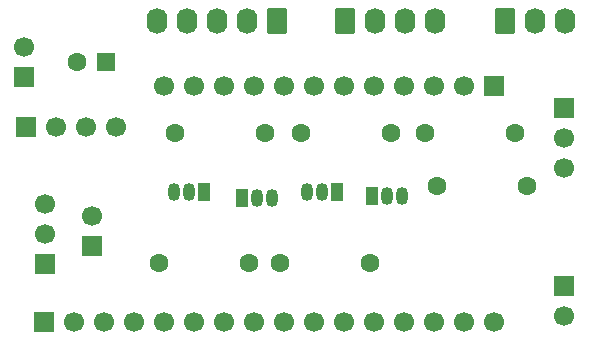
<source format=gbr>
%TF.GenerationSoftware,KiCad,Pcbnew,9.0.3-9.0.3-0~ubuntu24.04.1*%
%TF.CreationDate,2025-08-13T18:32:02-04:00*%
%TF.ProjectId,EngineControlModule_2025_08,456e6769-6e65-4436-9f6e-74726f6c4d6f,rev?*%
%TF.SameCoordinates,Original*%
%TF.FileFunction,Soldermask,Bot*%
%TF.FilePolarity,Negative*%
%FSLAX46Y46*%
G04 Gerber Fmt 4.6, Leading zero omitted, Abs format (unit mm)*
G04 Created by KiCad (PCBNEW 9.0.3-9.0.3-0~ubuntu24.04.1) date 2025-08-13 18:32:02*
%MOMM*%
%LPD*%
G01*
G04 APERTURE LIST*
G04 Aperture macros list*
%AMRoundRect*
0 Rectangle with rounded corners*
0 $1 Rounding radius*
0 $2 $3 $4 $5 $6 $7 $8 $9 X,Y pos of 4 corners*
0 Add a 4 corners polygon primitive as box body*
4,1,4,$2,$3,$4,$5,$6,$7,$8,$9,$2,$3,0*
0 Add four circle primitives for the rounded corners*
1,1,$1+$1,$2,$3*
1,1,$1+$1,$4,$5*
1,1,$1+$1,$6,$7*
1,1,$1+$1,$8,$9*
0 Add four rect primitives between the rounded corners*
20,1,$1+$1,$2,$3,$4,$5,0*
20,1,$1+$1,$4,$5,$6,$7,0*
20,1,$1+$1,$6,$7,$8,$9,0*
20,1,$1+$1,$8,$9,$2,$3,0*%
G04 Aperture macros list end*
%ADD10C,1.600000*%
%ADD11R,1.700000X1.700000*%
%ADD12C,1.700000*%
%ADD13RoundRect,0.250000X0.550000X0.550000X-0.550000X0.550000X-0.550000X-0.550000X0.550000X-0.550000X0*%
%ADD14RoundRect,0.250000X-0.620000X-0.845000X0.620000X-0.845000X0.620000X0.845000X-0.620000X0.845000X0*%
%ADD15O,1.740000X2.190000*%
%ADD16R,1.050000X1.500000*%
%ADD17O,1.050000X1.500000*%
%ADD18RoundRect,0.250000X0.620000X0.845000X-0.620000X0.845000X-0.620000X-0.845000X0.620000X-0.845000X0*%
G04 APERTURE END LIST*
D10*
%TO.C,R4*%
X121810000Y-90000000D03*
X114190000Y-90000000D03*
%TD*%
D11*
%TO.C,J1*%
X102880000Y-78500000D03*
D12*
X105420000Y-78500000D03*
X107960000Y-78500000D03*
X110500000Y-78500000D03*
%TD*%
D11*
%TO.C,J10*%
X108500000Y-88540000D03*
D12*
X108500000Y-86000000D03*
%TD*%
D11*
%TO.C,J4*%
X104500000Y-90080000D03*
D12*
X104500000Y-87540000D03*
X104500000Y-85000000D03*
%TD*%
%TO.C,J6*%
X148500000Y-82000000D03*
X148500000Y-79460000D03*
D11*
X148500000Y-76920000D03*
%TD*%
%TO.C,J9*%
X102750000Y-74250000D03*
D12*
X102750000Y-71710000D03*
%TD*%
D11*
%TO.C,J8*%
X148500000Y-92000000D03*
D12*
X148500000Y-94540000D03*
%TD*%
D11*
%TO.C,J2*%
X104400000Y-95000000D03*
D12*
X106940000Y-95000000D03*
X109480000Y-95000000D03*
X112020000Y-95000000D03*
X114560000Y-95000000D03*
X117100000Y-95000000D03*
X119640000Y-95000000D03*
X122180000Y-95000000D03*
X124720000Y-95000000D03*
X127260000Y-95000000D03*
X129800000Y-95000000D03*
X132340000Y-95000000D03*
X134880000Y-95000000D03*
X137420000Y-95000000D03*
X139960000Y-95000000D03*
X142500000Y-95000000D03*
%TD*%
D11*
%TO.C,J5*%
X142500000Y-75000000D03*
D12*
X139960000Y-75000000D03*
X137420000Y-75000000D03*
X134880000Y-75000000D03*
X132340000Y-75000000D03*
X129800000Y-75000000D03*
X127260000Y-75000000D03*
X124720000Y-75000000D03*
X122180000Y-75000000D03*
X119640000Y-75000000D03*
X117100000Y-75000000D03*
X114560000Y-75000000D03*
%TD*%
D10*
%TO.C,R6*%
X145310000Y-83500000D03*
X137690000Y-83500000D03*
%TD*%
%TO.C,R1*%
X123120000Y-79000000D03*
X115500000Y-79000000D03*
%TD*%
%TO.C,R2*%
X133810000Y-79000000D03*
X126190000Y-79000000D03*
%TD*%
D13*
%TO.C,C1*%
X109705113Y-73000000D03*
D10*
X107205113Y-73000000D03*
%TD*%
D14*
%TO.C,J3*%
X129920000Y-69500000D03*
D15*
X132460000Y-69500000D03*
X135000000Y-69500000D03*
X137540000Y-69500000D03*
%TD*%
D14*
%TO.C,J7*%
X143500000Y-69500000D03*
D15*
X146040000Y-69500000D03*
X148580000Y-69500000D03*
%TD*%
D16*
%TO.C,Q2*%
X121230000Y-84500000D03*
D17*
X122500000Y-84500000D03*
X123770000Y-84500000D03*
%TD*%
D18*
%TO.C,J11*%
X124160000Y-69500000D03*
D15*
X121620000Y-69500000D03*
X119080000Y-69500000D03*
X116540000Y-69500000D03*
X114000000Y-69500000D03*
%TD*%
D10*
%TO.C,R3*%
X124380000Y-90000000D03*
X132000000Y-90000000D03*
%TD*%
D16*
%TO.C,Q1*%
X118000000Y-84000000D03*
D17*
X116730000Y-84000000D03*
X115460000Y-84000000D03*
%TD*%
D10*
%TO.C,R5*%
X144310000Y-79000000D03*
X136690000Y-79000000D03*
%TD*%
D16*
%TO.C,Q3*%
X129270000Y-84000000D03*
D17*
X128000000Y-84000000D03*
X126730000Y-84000000D03*
%TD*%
D16*
%TO.C,Q4*%
X132230000Y-84360000D03*
D17*
X133500000Y-84360000D03*
X134770000Y-84360000D03*
%TD*%
M02*

</source>
